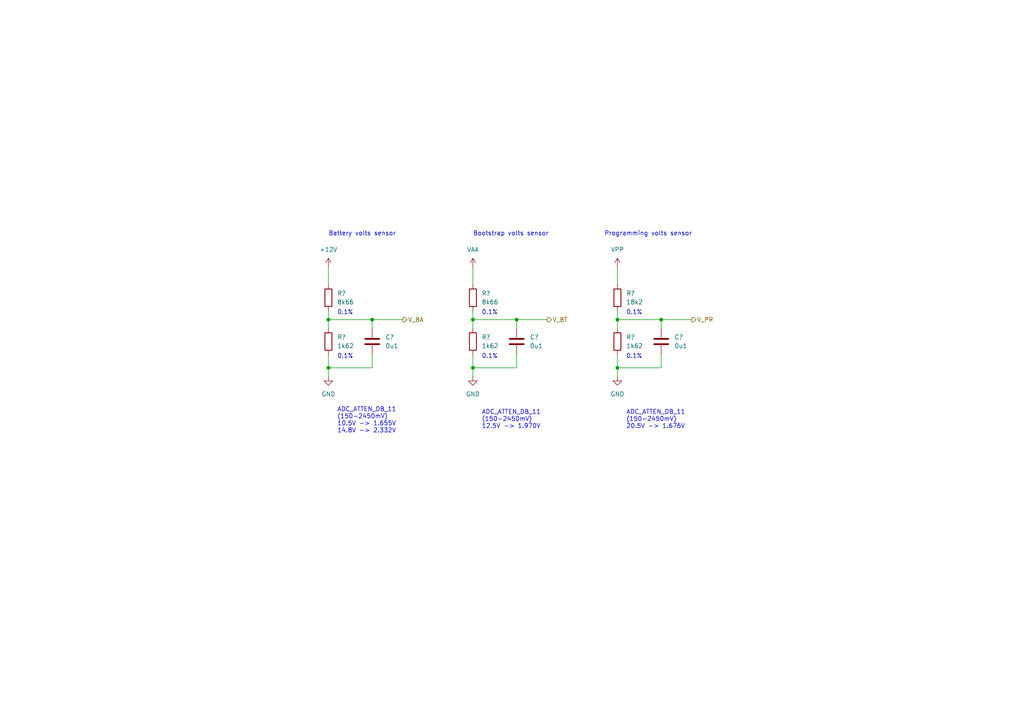
<source format=kicad_sch>
(kicad_sch (version 20211123) (generator eeschema)

  (uuid 6c4fc057-3de2-42cb-aa50-0153fadbcfc3)

  (paper "A4")

  (title_block
    (title "Chrysler Scanner")
    (date "2023-06-25")
    (rev "V2.11")
    (company "andy@britishideas.com")
    (comment 1 "V210/ChryslerScanner_V210/schematic/ChryslerScanner_V210_schematic.pdf")
    (comment 2 "Developed From: https://github.com/laszlodaniel/ChryslerScanner/blob/master/PCB/")
    (comment 3 "GPL V3 LICENSE")
  )

  (lib_symbols
    (symbol "Device:C" (pin_numbers hide) (pin_names (offset 0.254)) (in_bom yes) (on_board yes)
      (property "Reference" "C" (id 0) (at 0.635 2.54 0)
        (effects (font (size 1.27 1.27)) (justify left))
      )
      (property "Value" "C" (id 1) (at 0.635 -2.54 0)
        (effects (font (size 1.27 1.27)) (justify left))
      )
      (property "Footprint" "" (id 2) (at 0.9652 -3.81 0)
        (effects (font (size 1.27 1.27)) hide)
      )
      (property "Datasheet" "~" (id 3) (at 0 0 0)
        (effects (font (size 1.27 1.27)) hide)
      )
      (property "ki_keywords" "cap capacitor" (id 4) (at 0 0 0)
        (effects (font (size 1.27 1.27)) hide)
      )
      (property "ki_description" "Unpolarized capacitor" (id 5) (at 0 0 0)
        (effects (font (size 1.27 1.27)) hide)
      )
      (property "ki_fp_filters" "C_*" (id 6) (at 0 0 0)
        (effects (font (size 1.27 1.27)) hide)
      )
      (symbol "C_0_1"
        (polyline
          (pts
            (xy -2.032 -0.762)
            (xy 2.032 -0.762)
          )
          (stroke (width 0.508) (type default) (color 0 0 0 0))
          (fill (type none))
        )
        (polyline
          (pts
            (xy -2.032 0.762)
            (xy 2.032 0.762)
          )
          (stroke (width 0.508) (type default) (color 0 0 0 0))
          (fill (type none))
        )
      )
      (symbol "C_1_1"
        (pin passive line (at 0 3.81 270) (length 2.794)
          (name "~" (effects (font (size 1.27 1.27))))
          (number "1" (effects (font (size 1.27 1.27))))
        )
        (pin passive line (at 0 -3.81 90) (length 2.794)
          (name "~" (effects (font (size 1.27 1.27))))
          (number "2" (effects (font (size 1.27 1.27))))
        )
      )
    )
    (symbol "Device:R" (pin_numbers hide) (pin_names (offset 0)) (in_bom yes) (on_board yes)
      (property "Reference" "R" (id 0) (at 2.032 0 90)
        (effects (font (size 1.27 1.27)))
      )
      (property "Value" "R" (id 1) (at 0 0 90)
        (effects (font (size 1.27 1.27)))
      )
      (property "Footprint" "" (id 2) (at -1.778 0 90)
        (effects (font (size 1.27 1.27)) hide)
      )
      (property "Datasheet" "~" (id 3) (at 0 0 0)
        (effects (font (size 1.27 1.27)) hide)
      )
      (property "ki_keywords" "R res resistor" (id 4) (at 0 0 0)
        (effects (font (size 1.27 1.27)) hide)
      )
      (property "ki_description" "Resistor" (id 5) (at 0 0 0)
        (effects (font (size 1.27 1.27)) hide)
      )
      (property "ki_fp_filters" "R_*" (id 6) (at 0 0 0)
        (effects (font (size 1.27 1.27)) hide)
      )
      (symbol "R_0_1"
        (rectangle (start -1.016 -2.54) (end 1.016 2.54)
          (stroke (width 0.254) (type default) (color 0 0 0 0))
          (fill (type none))
        )
      )
      (symbol "R_1_1"
        (pin passive line (at 0 3.81 270) (length 1.27)
          (name "~" (effects (font (size 1.27 1.27))))
          (number "1" (effects (font (size 1.27 1.27))))
        )
        (pin passive line (at 0 -3.81 90) (length 1.27)
          (name "~" (effects (font (size 1.27 1.27))))
          (number "2" (effects (font (size 1.27 1.27))))
        )
      )
    )
    (symbol "power:+12V" (power) (pin_names (offset 0)) (in_bom yes) (on_board yes)
      (property "Reference" "#PWR" (id 0) (at 0 -3.81 0)
        (effects (font (size 1.27 1.27)) hide)
      )
      (property "Value" "+12V" (id 1) (at 0 3.556 0)
        (effects (font (size 1.27 1.27)))
      )
      (property "Footprint" "" (id 2) (at 0 0 0)
        (effects (font (size 1.27 1.27)) hide)
      )
      (property "Datasheet" "" (id 3) (at 0 0 0)
        (effects (font (size 1.27 1.27)) hide)
      )
      (property "ki_keywords" "power-flag" (id 4) (at 0 0 0)
        (effects (font (size 1.27 1.27)) hide)
      )
      (property "ki_description" "Power symbol creates a global label with name \"+12V\"" (id 5) (at 0 0 0)
        (effects (font (size 1.27 1.27)) hide)
      )
      (symbol "+12V_0_1"
        (polyline
          (pts
            (xy -0.762 1.27)
            (xy 0 2.54)
          )
          (stroke (width 0) (type default) (color 0 0 0 0))
          (fill (type none))
        )
        (polyline
          (pts
            (xy 0 0)
            (xy 0 2.54)
          )
          (stroke (width 0) (type default) (color 0 0 0 0))
          (fill (type none))
        )
        (polyline
          (pts
            (xy 0 2.54)
            (xy 0.762 1.27)
          )
          (stroke (width 0) (type default) (color 0 0 0 0))
          (fill (type none))
        )
      )
      (symbol "+12V_1_1"
        (pin power_in line (at 0 0 90) (length 0) hide
          (name "+12V" (effects (font (size 1.27 1.27))))
          (number "1" (effects (font (size 1.27 1.27))))
        )
      )
    )
    (symbol "power:GND" (power) (pin_names (offset 0)) (in_bom yes) (on_board yes)
      (property "Reference" "#PWR" (id 0) (at 0 -6.35 0)
        (effects (font (size 1.27 1.27)) hide)
      )
      (property "Value" "GND" (id 1) (at 0 -3.81 0)
        (effects (font (size 1.27 1.27)))
      )
      (property "Footprint" "" (id 2) (at 0 0 0)
        (effects (font (size 1.27 1.27)) hide)
      )
      (property "Datasheet" "" (id 3) (at 0 0 0)
        (effects (font (size 1.27 1.27)) hide)
      )
      (property "ki_keywords" "power-flag" (id 4) (at 0 0 0)
        (effects (font (size 1.27 1.27)) hide)
      )
      (property "ki_description" "Power symbol creates a global label with name \"GND\" , ground" (id 5) (at 0 0 0)
        (effects (font (size 1.27 1.27)) hide)
      )
      (symbol "GND_0_1"
        (polyline
          (pts
            (xy 0 0)
            (xy 0 -1.27)
            (xy 1.27 -1.27)
            (xy 0 -2.54)
            (xy -1.27 -1.27)
            (xy 0 -1.27)
          )
          (stroke (width 0) (type default) (color 0 0 0 0))
          (fill (type none))
        )
      )
      (symbol "GND_1_1"
        (pin power_in line (at 0 0 270) (length 0) hide
          (name "GND" (effects (font (size 1.27 1.27))))
          (number "1" (effects (font (size 1.27 1.27))))
        )
      )
    )
    (symbol "power:VAA" (power) (pin_names (offset 0)) (in_bom yes) (on_board yes)
      (property "Reference" "#PWR" (id 0) (at 0 -3.81 0)
        (effects (font (size 1.27 1.27)) hide)
      )
      (property "Value" "VAA" (id 1) (at 0 3.81 0)
        (effects (font (size 1.27 1.27)))
      )
      (property "Footprint" "" (id 2) (at 0 0 0)
        (effects (font (size 1.27 1.27)) hide)
      )
      (property "Datasheet" "" (id 3) (at 0 0 0)
        (effects (font (size 1.27 1.27)) hide)
      )
      (property "ki_keywords" "power-flag" (id 4) (at 0 0 0)
        (effects (font (size 1.27 1.27)) hide)
      )
      (property "ki_description" "Power symbol creates a global label with name \"VAA\"" (id 5) (at 0 0 0)
        (effects (font (size 1.27 1.27)) hide)
      )
      (symbol "VAA_0_1"
        (polyline
          (pts
            (xy -0.762 1.27)
            (xy 0 2.54)
          )
          (stroke (width 0) (type default) (color 0 0 0 0))
          (fill (type none))
        )
        (polyline
          (pts
            (xy 0 0)
            (xy 0 2.54)
          )
          (stroke (width 0) (type default) (color 0 0 0 0))
          (fill (type none))
        )
        (polyline
          (pts
            (xy 0 2.54)
            (xy 0.762 1.27)
          )
          (stroke (width 0) (type default) (color 0 0 0 0))
          (fill (type none))
        )
      )
      (symbol "VAA_1_1"
        (pin power_in line (at 0 0 90) (length 0) hide
          (name "VAA" (effects (font (size 1.27 1.27))))
          (number "1" (effects (font (size 1.27 1.27))))
        )
      )
    )
    (symbol "power:VPP" (power) (pin_names (offset 0)) (in_bom yes) (on_board yes)
      (property "Reference" "#PWR" (id 0) (at 0 -3.81 0)
        (effects (font (size 1.27 1.27)) hide)
      )
      (property "Value" "VPP" (id 1) (at 0 3.81 0)
        (effects (font (size 1.27 1.27)))
      )
      (property "Footprint" "" (id 2) (at 0 0 0)
        (effects (font (size 1.27 1.27)) hide)
      )
      (property "Datasheet" "" (id 3) (at 0 0 0)
        (effects (font (size 1.27 1.27)) hide)
      )
      (property "ki_keywords" "power-flag" (id 4) (at 0 0 0)
        (effects (font (size 1.27 1.27)) hide)
      )
      (property "ki_description" "Power symbol creates a global label with name \"VPP\"" (id 5) (at 0 0 0)
        (effects (font (size 1.27 1.27)) hide)
      )
      (symbol "VPP_0_1"
        (polyline
          (pts
            (xy -0.762 1.27)
            (xy 0 2.54)
          )
          (stroke (width 0) (type default) (color 0 0 0 0))
          (fill (type none))
        )
        (polyline
          (pts
            (xy 0 0)
            (xy 0 2.54)
          )
          (stroke (width 0) (type default) (color 0 0 0 0))
          (fill (type none))
        )
        (polyline
          (pts
            (xy 0 2.54)
            (xy 0.762 1.27)
          )
          (stroke (width 0) (type default) (color 0 0 0 0))
          (fill (type none))
        )
      )
      (symbol "VPP_1_1"
        (pin power_in line (at 0 0 90) (length 0) hide
          (name "VPP" (effects (font (size 1.27 1.27))))
          (number "1" (effects (font (size 1.27 1.27))))
        )
      )
    )
  )

  (junction (at 179.07 106.68) (diameter 0) (color 0 0 0 0)
    (uuid 1f9ef51b-541a-4c0c-9c22-65da86ea0067)
  )
  (junction (at 137.16 92.71) (diameter 0) (color 0 0 0 0)
    (uuid 219012aa-f706-4bc3-a3ad-b1e0e2b132cd)
  )
  (junction (at 137.16 106.68) (diameter 0) (color 0 0 0 0)
    (uuid 2b0b4db3-a527-40b3-add8-ef46272dcf40)
  )
  (junction (at 191.77 92.71) (diameter 0) (color 0 0 0 0)
    (uuid 42f79a69-f96b-4337-84d6-1bb2d8d53742)
  )
  (junction (at 95.25 92.71) (diameter 0) (color 0 0 0 0)
    (uuid 6709ec93-fb11-40bc-984d-44d3c8c8263b)
  )
  (junction (at 107.95 92.71) (diameter 0) (color 0 0 0 0)
    (uuid 8e69169e-b356-415e-8756-fac56cec8b10)
  )
  (junction (at 149.86 92.71) (diameter 0) (color 0 0 0 0)
    (uuid 9409103f-5dbd-4304-8a26-98e6715d41e7)
  )
  (junction (at 179.07 92.71) (diameter 0) (color 0 0 0 0)
    (uuid 956c254f-75ff-4b92-8a4e-b9b4db3de02e)
  )
  (junction (at 95.25 106.68) (diameter 0) (color 0 0 0 0)
    (uuid 97a169c7-e2f2-43c7-a145-c36f8c04b619)
  )

  (wire (pts (xy 191.77 106.68) (xy 179.07 106.68))
    (stroke (width 0) (type default) (color 0 0 0 0))
    (uuid 0b632269-51b4-44fd-aefb-774d0c6c9351)
  )
  (wire (pts (xy 107.95 106.68) (xy 95.25 106.68))
    (stroke (width 0) (type default) (color 0 0 0 0))
    (uuid 0c8b6077-5b24-4cf1-85d2-1c974c97c497)
  )
  (wire (pts (xy 137.16 77.47) (xy 137.16 82.55))
    (stroke (width 0) (type default) (color 0 0 0 0))
    (uuid 211199a7-000e-4c6e-acbd-13b155a55fbd)
  )
  (wire (pts (xy 191.77 95.25) (xy 191.77 92.71))
    (stroke (width 0) (type default) (color 0 0 0 0))
    (uuid 27650167-3ca4-40a2-b497-95661e0445c0)
  )
  (wire (pts (xy 137.16 92.71) (xy 137.16 95.25))
    (stroke (width 0) (type default) (color 0 0 0 0))
    (uuid 28cf72fc-647a-4db6-ae67-b7ed0c1b08ec)
  )
  (wire (pts (xy 179.07 102.87) (xy 179.07 106.68))
    (stroke (width 0) (type default) (color 0 0 0 0))
    (uuid 36e97e3c-723f-44bc-bd0c-20f7895a7168)
  )
  (wire (pts (xy 191.77 92.71) (xy 200.66 92.71))
    (stroke (width 0) (type default) (color 0 0 0 0))
    (uuid 3a5257ff-1d94-4c35-ad6f-4fdcbfaf11b0)
  )
  (wire (pts (xy 137.16 90.17) (xy 137.16 92.71))
    (stroke (width 0) (type default) (color 0 0 0 0))
    (uuid 3d144bc7-f29b-4678-9159-8c06ccb71ec1)
  )
  (wire (pts (xy 149.86 92.71) (xy 158.75 92.71))
    (stroke (width 0) (type default) (color 0 0 0 0))
    (uuid 4559dfc3-6c5c-4b31-acd1-3d062e4f37fb)
  )
  (wire (pts (xy 107.95 92.71) (xy 95.25 92.71))
    (stroke (width 0) (type default) (color 0 0 0 0))
    (uuid 4c0edffd-0938-4a12-8431-93e40e8b42e6)
  )
  (wire (pts (xy 95.25 92.71) (xy 95.25 95.25))
    (stroke (width 0) (type default) (color 0 0 0 0))
    (uuid 53d1d0f6-d5d4-4260-bc65-969595e80a33)
  )
  (wire (pts (xy 137.16 102.87) (xy 137.16 106.68))
    (stroke (width 0) (type default) (color 0 0 0 0))
    (uuid 5a014e0f-921f-4c18-811f-d8a0e61bb483)
  )
  (wire (pts (xy 149.86 92.71) (xy 137.16 92.71))
    (stroke (width 0) (type default) (color 0 0 0 0))
    (uuid 6667d147-caf1-4966-8daa-16afc0f4153f)
  )
  (wire (pts (xy 149.86 106.68) (xy 137.16 106.68))
    (stroke (width 0) (type default) (color 0 0 0 0))
    (uuid 7c39309a-4114-4c3e-b1d6-a0c2ef5f4565)
  )
  (wire (pts (xy 179.07 106.68) (xy 179.07 109.22))
    (stroke (width 0) (type default) (color 0 0 0 0))
    (uuid 83b9e70d-182e-4c58-a806-5ea7aede47c6)
  )
  (wire (pts (xy 95.25 90.17) (xy 95.25 92.71))
    (stroke (width 0) (type default) (color 0 0 0 0))
    (uuid 8e993ee8-0a4b-46d9-b891-3b15c87bf28b)
  )
  (wire (pts (xy 191.77 102.87) (xy 191.77 106.68))
    (stroke (width 0) (type default) (color 0 0 0 0))
    (uuid 90d682c4-e9f5-45cf-8e58-e38d9607a9de)
  )
  (wire (pts (xy 179.07 90.17) (xy 179.07 92.71))
    (stroke (width 0) (type default) (color 0 0 0 0))
    (uuid 91b9bd01-e18b-469f-aed1-201c22f3d9d6)
  )
  (wire (pts (xy 179.07 77.47) (xy 179.07 82.55))
    (stroke (width 0) (type default) (color 0 0 0 0))
    (uuid 91dbbaca-9adf-4d31-81d9-ec957f3b7e14)
  )
  (wire (pts (xy 95.25 102.87) (xy 95.25 106.68))
    (stroke (width 0) (type default) (color 0 0 0 0))
    (uuid 9746cc88-9d1d-4863-aeed-0e63c0bf053e)
  )
  (wire (pts (xy 107.95 92.71) (xy 116.84 92.71))
    (stroke (width 0) (type default) (color 0 0 0 0))
    (uuid a0c1b1b2-9a5d-4db1-aa61-501ef75dc2cf)
  )
  (wire (pts (xy 107.95 95.25) (xy 107.95 92.71))
    (stroke (width 0) (type default) (color 0 0 0 0))
    (uuid a1dd1689-6f16-40f8-8b07-4743dada9f0f)
  )
  (wire (pts (xy 149.86 102.87) (xy 149.86 106.68))
    (stroke (width 0) (type default) (color 0 0 0 0))
    (uuid a542188c-29a1-41c9-9afe-7197b3f740c2)
  )
  (wire (pts (xy 191.77 92.71) (xy 179.07 92.71))
    (stroke (width 0) (type default) (color 0 0 0 0))
    (uuid e4bd865d-8ebf-419c-b75e-1b8374d16498)
  )
  (wire (pts (xy 95.25 77.47) (xy 95.25 82.55))
    (stroke (width 0) (type default) (color 0 0 0 0))
    (uuid e7d30ffb-4463-4c75-b760-b1bc533e4878)
  )
  (wire (pts (xy 137.16 106.68) (xy 137.16 109.22))
    (stroke (width 0) (type default) (color 0 0 0 0))
    (uuid ecba9b8f-a8f7-4722-a105-754ebb5afccb)
  )
  (wire (pts (xy 107.95 102.87) (xy 107.95 106.68))
    (stroke (width 0) (type default) (color 0 0 0 0))
    (uuid f1a07826-1fab-429c-b4d0-f920e0cf887d)
  )
  (wire (pts (xy 95.25 106.68) (xy 95.25 109.22))
    (stroke (width 0) (type default) (color 0 0 0 0))
    (uuid f4d936b1-9f20-4d37-af6d-c20445f3c187)
  )
  (wire (pts (xy 179.07 92.71) (xy 179.07 95.25))
    (stroke (width 0) (type default) (color 0 0 0 0))
    (uuid fc48cf56-dcb6-4066-b0e5-0b022fae8aa0)
  )
  (wire (pts (xy 149.86 95.25) (xy 149.86 92.71))
    (stroke (width 0) (type default) (color 0 0 0 0))
    (uuid fc6a673e-f4ef-471e-b897-d0b1869786a0)
  )

  (text "ADC_ATTEN_DB_11\n(150-2450mV)\n10.5V -> 1.655V\n14.8V -> 2.332V"
    (at 97.79 125.73 0)
    (effects (font (size 1.27 1.27)) (justify left bottom))
    (uuid 0f8e7c63-a539-4f86-bdbf-2874b3718659)
  )
  (text "0.1%" (at 139.7 104.14 0)
    (effects (font (size 1.27 1.27)) (justify left bottom))
    (uuid 52a6e94b-10e0-4859-a70e-e267589d1b05)
  )
  (text "Bootstrap volts sensor" (at 137.16 68.58 0)
    (effects (font (size 1.27 1.27)) (justify left bottom))
    (uuid 593e8d7f-ca43-4a56-bfbb-92551526c142)
  )
  (text "0.1%" (at 139.7 91.44 0)
    (effects (font (size 1.27 1.27)) (justify left bottom))
    (uuid 5fa16049-80d7-4d71-9adb-cd9ad4c727f4)
  )
  (text "0.1%" (at 97.79 91.44 0)
    (effects (font (size 1.27 1.27)) (justify left bottom))
    (uuid 6666f569-bd0e-4967-9856-9f0eaf265794)
  )
  (text "0.1%" (at 97.79 104.14 0)
    (effects (font (size 1.27 1.27)) (justify left bottom))
    (uuid 80ab51b5-7daa-4765-9031-fe8eab5059a5)
  )
  (text "0.1%" (at 181.61 104.14 0)
    (effects (font (size 1.27 1.27)) (justify left bottom))
    (uuid 91f29861-7b16-4a76-8d02-0d9e3d3c4bbb)
  )
  (text "ADC_ATTEN_DB_11\n(150-2450mV)\n20.5V -> 1.676V" (at 181.61 124.46 0)
    (effects (font (size 1.27 1.27)) (justify left bottom))
    (uuid bf82f55a-9c0b-4b8d-ac10-a060d57d98cc)
  )
  (text "0.1%" (at 181.61 91.44 0)
    (effects (font (size 1.27 1.27)) (justify left bottom))
    (uuid bfaa0ed2-121b-4080-8bf1-6f969a109ff4)
  )
  (text "ADC_ATTEN_DB_11\n(150-2450mV)\n12.5V -> 1.970V" (at 139.7 124.46 0)
    (effects (font (size 1.27 1.27)) (justify left bottom))
    (uuid d256e663-ab7c-440a-a431-c0cae9d219a6)
  )
  (text "Battery volts sensor" (at 95.25 68.58 0)
    (effects (font (size 1.27 1.27)) (justify left bottom))
    (uuid f02ff2e5-8b57-42ac-946d-76db09bbdcd5)
  )
  (text "Programming volts sensor" (at 175.26 68.58 0)
    (effects (font (size 1.27 1.27)) (justify left bottom))
    (uuid f7d1e466-bb84-4ac1-8226-c46ff4e6f33b)
  )

  (hierarchical_label "V_BT" (shape output) (at 158.75 92.71 0)
    (effects (font (size 1.27 1.27)) (justify left))
    (uuid 11aff59d-82e1-42fe-ae3d-54b523293317)
  )
  (hierarchical_label "V_BA" (shape output) (at 116.84 92.71 0)
    (effects (font (size 1.27 1.27)) (justify left))
    (uuid 978c1a1a-b13b-4f74-b299-dc1b3f103e19)
  )
  (hierarchical_label "V_PR" (shape output) (at 200.66 92.71 0)
    (effects (font (size 1.27 1.27)) (justify left))
    (uuid aa4f0dd2-e3a6-4b68-9817-86652a4589a7)
  )

  (symbol (lib_id "Device:R") (at 179.07 99.06 0) (unit 1)
    (in_bom yes) (on_board yes) (fields_autoplaced)
    (uuid 02402ec9-ef97-4c05-91d8-a59c7abddb7a)
    (property "Reference" "R?" (id 0) (at 181.61 97.7899 0)
      (effects (font (size 1.27 1.27)) (justify left))
    )
    (property "Value" "1k62" (id 1) (at 181.61 100.3299 0)
      (effects (font (size 1.27 1.27)) (justify left))
    )
    (property "Footprint" "" (id 2) (at 177.292 99.06 90)
      (effects (font (size 1.27 1.27)) hide)
    )
    (property "Datasheet" "~" (id 3) (at 179.07 99.06 0)
      (effects (font (size 1.27 1.27)) hide)
    )
    (pin "1" (uuid 3f454c05-1bb3-4fb2-a677-3386359b8ed3))
    (pin "2" (uuid 739d666d-cd26-47b0-82a6-b4695c969686))
  )

  (symbol (lib_id "power:+12V") (at 95.25 77.47 0) (unit 1)
    (in_bom yes) (on_board yes) (fields_autoplaced)
    (uuid 293e0ed2-8a64-4b1a-8ca3-e58b6a4b45f0)
    (property "Reference" "#PWR?" (id 0) (at 95.25 81.28 0)
      (effects (font (size 1.27 1.27)) hide)
    )
    (property "Value" "+12V" (id 1) (at 95.25 72.39 0))
    (property "Footprint" "" (id 2) (at 95.25 77.47 0)
      (effects (font (size 1.27 1.27)) hide)
    )
    (property "Datasheet" "" (id 3) (at 95.25 77.47 0)
      (effects (font (size 1.27 1.27)) hide)
    )
    (pin "1" (uuid 4ab5e017-30a9-449c-8fa1-f33da5da1f6e))
  )

  (symbol (lib_id "Device:R") (at 95.25 99.06 0) (unit 1)
    (in_bom yes) (on_board yes) (fields_autoplaced)
    (uuid 3737bef1-b493-4b8c-b92e-44c5b1b1e1f9)
    (property "Reference" "R?" (id 0) (at 97.79 97.7899 0)
      (effects (font (size 1.27 1.27)) (justify left))
    )
    (property "Value" "1k62" (id 1) (at 97.79 100.3299 0)
      (effects (font (size 1.27 1.27)) (justify left))
    )
    (property "Footprint" "" (id 2) (at 93.472 99.06 90)
      (effects (font (size 1.27 1.27)) hide)
    )
    (property "Datasheet" "~" (id 3) (at 95.25 99.06 0)
      (effects (font (size 1.27 1.27)) hide)
    )
    (pin "1" (uuid 59bebf98-588b-4392-a59d-ef8a889c3847))
    (pin "2" (uuid 3c64f34d-4f1d-452a-82e5-5a75e3c67b0b))
  )

  (symbol (lib_id "Device:R") (at 137.16 86.36 0) (unit 1)
    (in_bom yes) (on_board yes) (fields_autoplaced)
    (uuid 4a5ad33b-6755-4b3d-ac41-71583285a252)
    (property "Reference" "R?" (id 0) (at 139.7 85.0899 0)
      (effects (font (size 1.27 1.27)) (justify left))
    )
    (property "Value" "8k66" (id 1) (at 139.7 87.6299 0)
      (effects (font (size 1.27 1.27)) (justify left))
    )
    (property "Footprint" "" (id 2) (at 135.382 86.36 90)
      (effects (font (size 1.27 1.27)) hide)
    )
    (property "Datasheet" "~" (id 3) (at 137.16 86.36 0)
      (effects (font (size 1.27 1.27)) hide)
    )
    (pin "1" (uuid 7fb4d130-f36a-4c8f-9257-e6011885e860))
    (pin "2" (uuid eb5db617-49bf-4496-8886-3e399ff90e7c))
  )

  (symbol (lib_id "power:VAA") (at 137.16 77.47 0) (unit 1)
    (in_bom yes) (on_board yes) (fields_autoplaced)
    (uuid 4d051b8d-8567-48a4-b5ae-c4dbc6774775)
    (property "Reference" "#PWR?" (id 0) (at 137.16 81.28 0)
      (effects (font (size 1.27 1.27)) hide)
    )
    (property "Value" "VAA" (id 1) (at 137.16 72.39 0))
    (property "Footprint" "" (id 2) (at 137.16 77.47 0)
      (effects (font (size 1.27 1.27)) hide)
    )
    (property "Datasheet" "" (id 3) (at 137.16 77.47 0)
      (effects (font (size 1.27 1.27)) hide)
    )
    (pin "1" (uuid 7aa9c836-0a44-48ca-87df-c2c4cfb0df4a))
  )

  (symbol (lib_id "Device:R") (at 179.07 86.36 0) (unit 1)
    (in_bom yes) (on_board yes) (fields_autoplaced)
    (uuid 4d88d88b-b488-4469-bc0b-46823089d17f)
    (property "Reference" "R?" (id 0) (at 181.61 85.0899 0)
      (effects (font (size 1.27 1.27)) (justify left))
    )
    (property "Value" "18k2" (id 1) (at 181.61 87.6299 0)
      (effects (font (size 1.27 1.27)) (justify left))
    )
    (property "Footprint" "" (id 2) (at 177.292 86.36 90)
      (effects (font (size 1.27 1.27)) hide)
    )
    (property "Datasheet" "~" (id 3) (at 179.07 86.36 0)
      (effects (font (size 1.27 1.27)) hide)
    )
    (pin "1" (uuid a5eb4ee0-8a92-49ca-893a-e6c43749c165))
    (pin "2" (uuid b370369b-3ca7-417c-9a25-e29cb1d6cb71))
  )

  (symbol (lib_id "power:GND") (at 137.16 109.22 0) (unit 1)
    (in_bom yes) (on_board yes) (fields_autoplaced)
    (uuid 572be364-9445-4638-aefb-32ee7d848e6e)
    (property "Reference" "#PWR?" (id 0) (at 137.16 115.57 0)
      (effects (font (size 1.27 1.27)) hide)
    )
    (property "Value" "GND" (id 1) (at 137.16 114.3 0))
    (property "Footprint" "" (id 2) (at 137.16 109.22 0)
      (effects (font (size 1.27 1.27)) hide)
    )
    (property "Datasheet" "" (id 3) (at 137.16 109.22 0)
      (effects (font (size 1.27 1.27)) hide)
    )
    (pin "1" (uuid b9b75413-7530-4519-ba56-4f2091ed4571))
  )

  (symbol (lib_id "Device:R") (at 95.25 86.36 0) (unit 1)
    (in_bom yes) (on_board yes) (fields_autoplaced)
    (uuid 7d4fa7b0-6a86-4703-8917-b678f29b0f3a)
    (property "Reference" "R?" (id 0) (at 97.79 85.0899 0)
      (effects (font (size 1.27 1.27)) (justify left))
    )
    (property "Value" "8k66" (id 1) (at 97.79 87.6299 0)
      (effects (font (size 1.27 1.27)) (justify left))
    )
    (property "Footprint" "" (id 2) (at 93.472 86.36 90)
      (effects (font (size 1.27 1.27)) hide)
    )
    (property "Datasheet" "~" (id 3) (at 95.25 86.36 0)
      (effects (font (size 1.27 1.27)) hide)
    )
    (pin "1" (uuid 82d7749f-d849-46a4-903f-1b50db621d57))
    (pin "2" (uuid 7ed0c115-af50-43a9-9f14-fa83264b40bf))
  )

  (symbol (lib_id "power:GND") (at 179.07 109.22 0) (unit 1)
    (in_bom yes) (on_board yes) (fields_autoplaced)
    (uuid 8425b455-d3d0-4765-b905-69bcab47f64f)
    (property "Reference" "#PWR?" (id 0) (at 179.07 115.57 0)
      (effects (font (size 1.27 1.27)) hide)
    )
    (property "Value" "GND" (id 1) (at 179.07 114.3 0))
    (property "Footprint" "" (id 2) (at 179.07 109.22 0)
      (effects (font (size 1.27 1.27)) hide)
    )
    (property "Datasheet" "" (id 3) (at 179.07 109.22 0)
      (effects (font (size 1.27 1.27)) hide)
    )
    (pin "1" (uuid ba27fbca-8f7f-479a-94d0-d0e0a01db696))
  )

  (symbol (lib_id "Device:R") (at 137.16 99.06 0) (unit 1)
    (in_bom yes) (on_board yes) (fields_autoplaced)
    (uuid 8eecb8d1-1d54-4e6f-b48d-70a695938b94)
    (property "Reference" "R?" (id 0) (at 139.7 97.7899 0)
      (effects (font (size 1.27 1.27)) (justify left))
    )
    (property "Value" "1k62" (id 1) (at 139.7 100.3299 0)
      (effects (font (size 1.27 1.27)) (justify left))
    )
    (property "Footprint" "" (id 2) (at 135.382 99.06 90)
      (effects (font (size 1.27 1.27)) hide)
    )
    (property "Datasheet" "~" (id 3) (at 137.16 99.06 0)
      (effects (font (size 1.27 1.27)) hide)
    )
    (pin "1" (uuid 56b7bcf4-a2e0-4ef9-8b15-d9f040859587))
    (pin "2" (uuid 6bee4863-0934-417a-8c85-949f998a3abc))
  )

  (symbol (lib_id "power:GND") (at 95.25 109.22 0) (unit 1)
    (in_bom yes) (on_board yes) (fields_autoplaced)
    (uuid 95c67d7e-fe1b-4491-8488-0ad87acb39df)
    (property "Reference" "#PWR?" (id 0) (at 95.25 115.57 0)
      (effects (font (size 1.27 1.27)) hide)
    )
    (property "Value" "GND" (id 1) (at 95.25 114.3 0))
    (property "Footprint" "" (id 2) (at 95.25 109.22 0)
      (effects (font (size 1.27 1.27)) hide)
    )
    (property "Datasheet" "" (id 3) (at 95.25 109.22 0)
      (effects (font (size 1.27 1.27)) hide)
    )
    (pin "1" (uuid bb09f536-3476-4e6d-8cb8-98619814e9bc))
  )

  (symbol (lib_id "Device:C") (at 107.95 99.06 0) (unit 1)
    (in_bom yes) (on_board yes) (fields_autoplaced)
    (uuid ce6212bb-dadc-4168-8dbc-549a6df51f86)
    (property "Reference" "C?" (id 0) (at 111.76 97.7899 0)
      (effects (font (size 1.27 1.27)) (justify left))
    )
    (property "Value" "0u1" (id 1) (at 111.76 100.3299 0)
      (effects (font (size 1.27 1.27)) (justify left))
    )
    (property "Footprint" "" (id 2) (at 108.9152 102.87 0)
      (effects (font (size 1.27 1.27)) hide)
    )
    (property "Datasheet" "~" (id 3) (at 107.95 99.06 0)
      (effects (font (size 1.27 1.27)) hide)
    )
    (pin "1" (uuid a8210db4-93b4-43c3-84c3-50dd3f504198))
    (pin "2" (uuid 518b3639-263e-4c2d-9326-1c614a66e2b0))
  )

  (symbol (lib_id "Device:C") (at 191.77 99.06 0) (unit 1)
    (in_bom yes) (on_board yes) (fields_autoplaced)
    (uuid d3c7ad35-b539-4a3e-8f36-4e27e78b7fdb)
    (property "Reference" "C?" (id 0) (at 195.58 97.7899 0)
      (effects (font (size 1.27 1.27)) (justify left))
    )
    (property "Value" "0u1" (id 1) (at 195.58 100.3299 0)
      (effects (font (size 1.27 1.27)) (justify left))
    )
    (property "Footprint" "" (id 2) (at 192.7352 102.87 0)
      (effects (font (size 1.27 1.27)) hide)
    )
    (property "Datasheet" "~" (id 3) (at 191.77 99.06 0)
      (effects (font (size 1.27 1.27)) hide)
    )
    (pin "1" (uuid 7aa9ed78-af4b-4b7c-89ec-a54c0b27d400))
    (pin "2" (uuid 474cf43c-9ad4-44e3-82d5-94f401cfd039))
  )

  (symbol (lib_id "power:VPP") (at 179.07 77.47 0) (unit 1)
    (in_bom yes) (on_board yes) (fields_autoplaced)
    (uuid e4f6d398-fb01-4788-9b4c-7dd24563e377)
    (property "Reference" "#PWR?" (id 0) (at 179.07 81.28 0)
      (effects (font (size 1.27 1.27)) hide)
    )
    (property "Value" "VPP" (id 1) (at 179.07 72.39 0))
    (property "Footprint" "" (id 2) (at 179.07 77.47 0)
      (effects (font (size 1.27 1.27)) hide)
    )
    (property "Datasheet" "" (id 3) (at 179.07 77.47 0)
      (effects (font (size 1.27 1.27)) hide)
    )
    (pin "1" (uuid a6a7e7ca-30b1-4e1b-a224-8e6b7bc053e2))
  )

  (symbol (lib_id "Device:C") (at 149.86 99.06 0) (unit 1)
    (in_bom yes) (on_board yes) (fields_autoplaced)
    (uuid f2d379d9-2fc0-45dc-a3ea-1337983a306c)
    (property "Reference" "C?" (id 0) (at 153.67 97.7899 0)
      (effects (font (size 1.27 1.27)) (justify left))
    )
    (property "Value" "0u1" (id 1) (at 153.67 100.3299 0)
      (effects (font (size 1.27 1.27)) (justify left))
    )
    (property "Footprint" "" (id 2) (at 150.8252 102.87 0)
      (effects (font (size 1.27 1.27)) hide)
    )
    (property "Datasheet" "~" (id 3) (at 149.86 99.06 0)
      (effects (font (size 1.27 1.27)) hide)
    )
    (pin "1" (uuid ee21b5a5-ac38-4bcf-88aa-0a90e528ce78))
    (pin "2" (uuid 627de1c8-6e43-4670-8c2b-4e8b607b6ade))
  )
)

</source>
